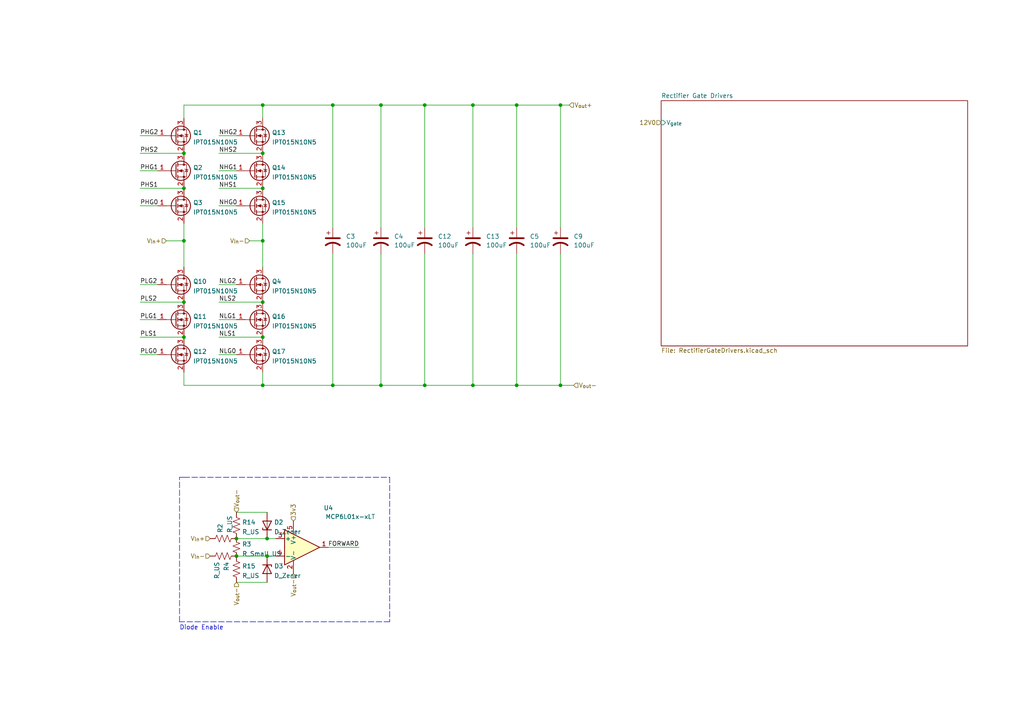
<source format=kicad_sch>
(kicad_sch (version 20210621) (generator eeschema)
  (paper "A4")
  (lib_symbols
    (symbol "Amplifier_Operational:MCP6L01x-xLT" (pin_names (offset 0.127))
      (property "Reference" "U" (at -1.27 6.35 0))
      (property "Value" "MCP6L01x-xLT" (at -1.27 3.81 0))
      (symbol "MCP6L01x-xLT_0_1"
        (polyline (pts (xy -5.08 5.08) (xy 5.08 0) (xy -5.08 -5.08) (xy -5.08 5.08)) (stroke (width 0.254)) (fill (type background)))
        (pin power_in line (at -2.54 -7.62 90) (length 3.81) (name "V-") (number "2"))
        (pin power_in line (at -2.54 7.62 270) (length 3.81) (name "V+") (number "5"))
      )
      (symbol "MCP6L01x-xLT_1_1"
        (pin output line (at 7.62 0 180) (length 2.54) (name "~") (number "1"))
        (pin input line (at -7.62 2.54 0) (length 2.54) (name "+") (number "3"))
        (pin input line (at -7.62 -2.54 0) (length 2.54) (name "-") (number "4"))
      )
    )
    (symbol "Device:C_Polarized_US" (pin_numbers hide) (pin_names (offset 0.254) hide)
      (property "Reference" "C" (at 0.635 2.54 0))
      (property "Value" "C_Polarized_US" (at 0.635 -2.54 0))
      (symbol "C_Polarized_US_0_1"
        (polyline (pts (xy -2.032 0.762) (xy 2.032 0.762)) (stroke (width 0.508)))
        (polyline (pts (xy -1.778 2.286) (xy -0.762 2.286)))
        (polyline (pts (xy -1.27 1.778) (xy -1.27 2.794)))
        (arc (start 2.032 -1.27) (mid 0 -0.5572) (end -2.032 -1.27) (stroke (width 0.508)))
      )
      (symbol "C_Polarized_US_1_1"
        (pin passive line (at 0 3.81 270) (length 2.794) (name "~") (number "1"))
        (pin passive line (at 0 -3.81 90) (length 3.302) (name "~") (number "2"))
      )
    )
    (symbol "Device:D_Zener" (pin_numbers hide) (pin_names (offset 1.016) hide)
      (property "Reference" "D" (at 0 2.54 0))
      (property "Value" "D_Zener" (at 0 -2.54 0))
      (symbol "D_Zener_0_1"
        (polyline (pts (xy 1.27 0) (xy -1.27 0)))
        (polyline (pts (xy -1.27 -1.27) (xy -1.27 1.27) (xy -0.762 1.27)) (stroke (width 0.254)))
        (polyline (pts (xy 1.27 -1.27) (xy 1.27 1.27) (xy -1.27 0) (xy 1.27 -1.27)) (stroke (width 0.254)))
      )
      (symbol "D_Zener_1_1"
        (pin passive line (at -3.81 0 0) (length 2.54) (name "K") (number "1"))
        (pin passive line (at 3.81 0 180) (length 2.54) (name "A") (number "2"))
      )
    )
    (symbol "Device:R_Small_US" (pin_numbers hide) (pin_names (offset 0.254) hide)
      (property "Reference" "R" (at 0.762 0.508 0))
      (property "Value" "R_Small_US" (at 0.762 -1.016 0))
      (symbol "R_Small_US_1_1"
        (polyline (pts (xy 0 0) (xy 1.016 -0.381) (xy 0 -0.762) (xy -1.016 -1.143) (xy 0 -1.524)))
        (polyline (pts (xy 0 1.524) (xy 1.016 1.143) (xy 0 0.762) (xy -1.016 0.381) (xy 0 0)))
        (pin passive line (at 0 2.54 270) (length 1.016) (name "~") (number "1"))
        (pin passive line (at 0 -2.54 90) (length 1.016) (name "~") (number "2"))
      )
    )
    (symbol "Device:R_US" (pin_numbers hide) (pin_names (offset 0))
      (property "Reference" "R" (at 2.54 0 90))
      (property "Value" "R_US" (at -2.54 0 90))
      (symbol "R_US_0_1"
        (polyline (pts (xy 0 -2.286) (xy 0 -2.54)))
        (polyline (pts (xy 0 2.286) (xy 0 2.54)))
        (polyline (pts (xy 0 -0.762) (xy 1.016 -1.143) (xy 0 -1.524) (xy -1.016 -1.905) (xy 0 -2.286)))
        (polyline (pts (xy 0 0.762) (xy 1.016 0.381) (xy 0 0) (xy -1.016 -0.381) (xy 0 -0.762)))
        (polyline (pts (xy 0 2.286) (xy 1.016 1.905) (xy 0 1.524) (xy -1.016 1.143) (xy 0 0.762)))
      )
      (symbol "R_US_1_1"
        (pin passive line (at 0 3.81 270) (length 1.27) (name "~") (number "1"))
        (pin passive line (at 0 -3.81 90) (length 1.27) (name "~") (number "2"))
      )
    )
    (symbol "Transistor_FET:IPT015N10N5" (pin_names hide)
      (property "Reference" "Q" (at 5.08 1.905 0))
      (property "Value" "IPT015N10N5" (at 5.08 0 0))
      (symbol "IPT015N10N5_0_1"
        (polyline (pts (xy 0.254 0) (xy -2.54 0)))
        (polyline (pts (xy 0.254 1.905) (xy 0.254 -1.905)) (stroke (width 0.254)))
        (polyline (pts (xy 0.762 -1.27) (xy 0.762 -2.286)) (stroke (width 0.254)))
        (polyline (pts (xy 0.762 0.508) (xy 0.762 -0.508)) (stroke (width 0.254)))
        (polyline (pts (xy 0.762 2.286) (xy 0.762 1.27)) (stroke (width 0.254)))
        (polyline (pts (xy 2.54 2.54) (xy 2.54 1.778)))
        (polyline (pts (xy 2.54 -2.54) (xy 2.54 0) (xy 0.762 0)))
        (polyline (pts (xy 0.762 -1.778) (xy 3.302 -1.778) (xy 3.302 1.778) (xy 0.762 1.778)))
        (polyline (pts (xy 1.016 0) (xy 2.032 0.381) (xy 2.032 -0.381) (xy 1.016 0)) (fill (type outline)))
        (polyline (pts (xy 2.794 0.508) (xy 2.921 0.381) (xy 3.683 0.381) (xy 3.81 0.254)))
        (polyline (pts (xy 3.302 0.381) (xy 2.921 -0.254) (xy 3.683 -0.254) (xy 3.302 0.381)))
        (circle (center 1.651 0) (radius 2.794) (stroke (width 0.254)))
        (circle (center 2.54 -1.778) (radius 0.254) (fill (type outline)))
        (circle (center 2.54 1.778) (radius 0.254) (fill (type outline)))
      )
      (symbol "IPT015N10N5_1_1"
        (pin input line (at -5.08 0 0) (length 2.54) (name "G") (number "1"))
        (pin passive line (at 2.54 -5.08 90) (length 2.54) (name "S") (number "2"))
        (pin passive line (at 2.54 5.08 270) (length 2.54) (name "D") (number "3"))
      )
    )
  )
  (junction (at 110.49 30.48))
  (junction (at 149.86 111.76))
  (junction (at 76.2 69.85))
  (junction (at 68.58 161.29))
  (junction (at 162.56 111.76))
  (junction (at 77.47 161.29))
  (junction (at 77.47 156.21))
  (junction (at 68.58 156.21))
  (junction (at 137.16 30.48))
  (junction (at 96.52 30.48))
  (junction (at 53.34 44.45))
  (junction (at 76.2 97.79))
  (junction (at 76.2 30.48))
  (junction (at 76.2 44.45))
  (junction (at 53.34 87.63))
  (junction (at 76.2 87.63))
  (junction (at 137.16 111.76))
  (junction (at 162.56 30.48))
  (junction (at 123.19 30.48))
  (junction (at 53.34 69.85))
  (junction (at 110.49 111.76))
  (junction (at 53.34 97.79))
  (junction (at 149.86 30.48))
  (junction (at 53.34 54.61))
  (junction (at 76.2 111.76))
  (junction (at 123.19 111.76))
  (junction (at 76.2 54.61))
  (junction (at 96.52 111.76))
  (wire (pts (xy 63.5 49.53) (xy 68.58 49.53)))
  (wire (pts (xy 110.49 73.66) (xy 110.49 111.76)))
  (wire (pts (xy 149.86 111.76) (xy 162.56 111.76)))
  (wire (pts (xy 123.19 111.76) (xy 137.16 111.76)))
  (wire (pts (xy 110.49 111.76) (xy 123.19 111.76)))
  (wire (pts (xy 137.16 73.66) (xy 137.16 111.76)))
  (wire (pts (xy 77.47 148.59) (xy 68.58 148.59)))
  (wire (pts (xy 63.5 39.37) (xy 68.58 39.37)))
  (wire (pts (xy 162.56 73.66) (xy 162.56 111.76)))
  (wire (pts (xy 162.56 111.76) (xy 166.37 111.76)))
  (wire (pts (xy 53.34 44.45) (xy 40.64 44.45)))
  (wire (pts (xy 48.26 69.85) (xy 53.34 69.85)))
  (wire (pts (xy 149.86 66.04) (xy 149.86 30.48)))
  (wire (pts (xy 63.5 92.71) (xy 68.58 92.71)))
  (wire (pts (xy 149.86 30.48) (xy 162.56 30.48)))
  (wire (pts (xy 137.16 66.04) (xy 137.16 30.48)))
  (wire (pts (xy 53.34 69.85) (xy 53.34 77.47)))
  (wire (pts (xy 53.34 64.77) (xy 53.34 69.85)))
  (wire (pts (xy 77.47 156.21) (xy 80.01 156.21)))
  (wire (pts (xy 68.58 156.21) (xy 77.47 156.21)))
  (wire (pts (xy 137.16 111.76) (xy 149.86 111.76)))
  (wire (pts (xy 137.16 30.48) (xy 149.86 30.48)))
  (polyline (pts (xy 52.07 138.43) (xy 53.34 138.43)))
  (polyline (pts (xy 52.07 180.34) (xy 52.07 138.43)))
  (polyline (pts (xy 113.03 180.34) (xy 52.07 180.34)))
  (polyline (pts (xy 53.34 138.43) (xy 113.03 138.43)))
  (polyline (pts (xy 113.03 138.43) (xy 113.03 180.34)))
  (wire (pts (xy 53.34 87.63) (xy 40.64 87.63)))
  (wire (pts (xy 63.5 54.61) (xy 76.2 54.61)))
  (wire (pts (xy 40.64 49.53) (xy 45.72 49.53)))
  (wire (pts (xy 76.2 44.45) (xy 63.5 44.45)))
  (wire (pts (xy 162.56 66.04) (xy 162.56 30.48)))
  (wire (pts (xy 40.64 59.69) (xy 45.72 59.69)))
  (wire (pts (xy 40.64 92.71) (xy 45.72 92.71)))
  (wire (pts (xy 96.52 111.76) (xy 110.49 111.76)))
  (wire (pts (xy 53.34 111.76) (xy 76.2 111.76)))
  (wire (pts (xy 53.34 107.95) (xy 53.34 111.76)))
  (wire (pts (xy 76.2 111.76) (xy 96.52 111.76)))
  (wire (pts (xy 76.2 107.95) (xy 76.2 111.76)))
  (wire (pts (xy 77.47 168.91) (xy 68.58 168.91)))
  (wire (pts (xy 149.86 73.66) (xy 149.86 111.76)))
  (wire (pts (xy 110.49 30.48) (xy 123.19 30.48)))
  (wire (pts (xy 96.52 30.48) (xy 110.49 30.48)))
  (wire (pts (xy 76.2 30.48) (xy 96.52 30.48)))
  (wire (pts (xy 53.34 30.48) (xy 76.2 30.48)))
  (wire (pts (xy 53.34 34.29) (xy 53.34 30.48)))
  (wire (pts (xy 162.56 30.48) (xy 165.1 30.48)))
  (wire (pts (xy 95.25 158.75) (xy 104.14 158.75)))
  (wire (pts (xy 96.52 73.66) (xy 96.52 111.76)))
  (wire (pts (xy 76.2 69.85) (xy 76.2 64.77)))
  (wire (pts (xy 76.2 87.63) (xy 63.5 87.63)))
  (wire (pts (xy 123.19 73.66) (xy 123.19 111.76)))
  (wire (pts (xy 96.52 30.48) (xy 96.52 66.04)))
  (wire (pts (xy 63.5 102.87) (xy 68.58 102.87)))
  (wire (pts (xy 137.16 30.48) (xy 123.19 30.48)))
  (wire (pts (xy 40.64 54.61) (xy 53.34 54.61)))
  (wire (pts (xy 63.5 59.69) (xy 68.58 59.69)))
  (wire (pts (xy 40.64 82.55) (xy 45.72 82.55)))
  (wire (pts (xy 76.2 34.29) (xy 76.2 30.48)))
  (wire (pts (xy 110.49 30.48) (xy 110.49 66.04)))
  (wire (pts (xy 40.64 39.37) (xy 45.72 39.37)))
  (wire (pts (xy 76.2 69.85) (xy 76.2 77.47)))
  (wire (pts (xy 63.5 97.79) (xy 76.2 97.79)))
  (wire (pts (xy 63.5 82.55) (xy 68.58 82.55)))
  (wire (pts (xy 40.64 97.79) (xy 53.34 97.79)))
  (wire (pts (xy 77.47 161.29) (xy 80.01 161.29)))
  (wire (pts (xy 68.58 161.29) (xy 77.47 161.29)))
  (wire (pts (xy 123.19 66.04) (xy 123.19 30.48)))
  (wire (pts (xy 72.39 69.85) (xy 76.2 69.85)))
  (wire (pts (xy 40.64 102.87) (xy 45.72 102.87)))
  (text "Diode Enable\n" (at 52.07 182.88 0) (effects (font (size 1.27 1.27)) (justify left bottom)))
  (label "PHG2" (at 40.64 39.37 0))
  (label "PLG2" (at 40.64 82.55 0))
  (label "NHG2" (at 63.5 39.37 0))
  (label "NLS2" (at 63.5 87.63 0))
  (label "PLS1" (at 40.64 97.79 0))
  (label "PLG1" (at 40.64 92.71 0))
  (label "NHG0" (at 63.5 59.69 0))
  (label "PHS2" (at 40.64 44.45 0))
  (label "NLG1" (at 63.5 92.71 0))
  (label "NHG1" (at 63.5 49.53 0))
  (label "PLG0" (at 40.64 102.87 0))
  (label "NLG2" (at 63.5 82.55 0))
  (label "PHG1" (at 40.64 49.53 0))
  (label "NLG0" (at 63.5 102.87 0))
  (label "PHG0" (at 40.64 59.69 0))
  (label "PHS1" (at 40.64 54.61 0))
  (label "FORWARD" (at 104.14 158.75 180))
  (label "PLS2" (at 40.64 87.63 0))
  (label "NHS2" (at 63.5 44.45 0))
  (label "NLS1" (at 63.5 97.79 0))
  (label "NHS1" (at 63.5 54.61 0))
  (hierarchical_label "12V0" (shape input) (at 191.77 35.56 180))
  (hierarchical_label "V_{out}-" (shape input) (at 68.58 148.59 90))
  (hierarchical_label "V_{out}-" (shape input) (at 166.37 111.76 0))
  (hierarchical_label "V_{in}-" (shape input) (at 72.39 69.85 180))
  (hierarchical_label "V_{in}-" (shape input) (at 60.96 161.29 180))
  (hierarchical_label "V_{out}-" (shape input) (at 85.09 166.37 270))
  (hierarchical_label "V_{in}+" (shape input) (at 60.96 156.21 180))
  (hierarchical_label "V_{out}+" (shape input) (at 165.1 30.48 0))
  (hierarchical_label "V_{in}+" (shape input) (at 48.26 69.85 180))
  (hierarchical_label "3v3" (shape input) (at 85.09 151.13 90))
  (hierarchical_label "V_{out}-" (shape input) (at 68.58 168.91 270))
  (symbol (lib_id "Transistor_FET:IPT015N10N5") (at 50.8 92.71 0) (unit 1)
    (property "Reference" "Q11" (at 56.007 91.8015 0) (effects (justify left)))
    (property "Value" "IPT015N10N5" (at 56.007 94.5766 0) (effects (justify left)))
    (property "Footprint" "Package_TO_SOT_SMD:Infineon_PG-HSOF-8-1" (effects hide))
    (property "Datasheet" "http://www.infineon.com/dgdl/Infineon-IPT015N10N5-DS-v02_01-EN.pdf?fileId=5546d4624a75e5f1014ac94680661aff" (effects hide))
  )
  (symbol (lib_id "Device:R_US") (at 68.58 165.1 180) (unit 1)
    (property "Reference" "R15" (at 70.231 164.1915 0) (effects (justify right)))
    (property "Value" "R_US" (at 70.231 166.9666 0) (effects (justify right)))
    (property "Footprint" "Resistor_SMD:R_0603_1608Metric" (effects hide))
  )
  (symbol (lib_id "Device:C_Polarized_US") (at 110.49 69.85 0) (unit 1)
    (property "Reference" "C4" (at 114.3 68.5799 0) (effects (justify left)))
    (property "Value" "100uF" (at 114.3 71.1199 0) (effects (justify left)))
    (property "Footprint" "Capacitor_THT:CP_Radial_D16.0mm_P7.50mm" (effects hide))
  )
  (symbol (lib_id "Device:R_US") (at 68.58 152.4 180) (unit 1)
    (property "Reference" "R14" (at 70.231 151.4915 0) (effects (justify right)))
    (property "Value" "R_US" (at 70.231 154.2666 0) (effects (justify right)))
    (property "Footprint" "Resistor_SMD:R_0603_1608Metric" (effects hide))
  )
  (symbol (lib_id "Transistor_FET:IPT015N10N5") (at 50.8 49.53 0) (unit 1)
    (property "Reference" "Q2" (at 56.007 48.6215 0) (effects (justify left)))
    (property "Value" "IPT015N10N5" (at 56.007 51.3966 0) (effects (justify left)))
    (property "Footprint" "Package_TO_SOT_SMD:Infineon_PG-HSOF-8-1" (effects hide))
    (property "Datasheet" "http://www.infineon.com/dgdl/Infineon-IPT015N10N5-DS-v02_01-EN.pdf?fileId=5546d4624a75e5f1014ac94680661aff" (effects hide))
  )
  (symbol (lib_id "Device:D_Zener") (at 77.47 152.4 90) (unit 1)
    (property "Reference" "D2" (at 79.502 151.4915 90) (effects (justify right)))
    (property "Value" "D_Zener" (at 79.502 154.2666 90) (effects (justify right)))
  )
  (symbol (lib_id "Transistor_FET:IPT015N10N5") (at 50.8 59.69 0) (unit 1)
    (property "Reference" "Q3" (at 56.007 58.7815 0) (effects (justify left)))
    (property "Value" "IPT015N10N5" (at 56.007 61.5566 0) (effects (justify left)))
    (property "Footprint" "Package_TO_SOT_SMD:Infineon_PG-HSOF-8-1" (effects hide))
    (property "Datasheet" "http://www.infineon.com/dgdl/Infineon-IPT015N10N5-DS-v02_01-EN.pdf?fileId=5546d4624a75e5f1014ac94680661aff" (effects hide))
  )
  (symbol (lib_id "Transistor_FET:IPT015N10N5") (at 50.8 82.55 0) (unit 1)
    (property "Reference" "Q10" (at 56.007 81.6415 0) (effects (justify left)))
    (property "Value" "IPT015N10N5" (at 56.007 84.4166 0) (effects (justify left)))
    (property "Footprint" "Package_TO_SOT_SMD:Infineon_PG-HSOF-8-1" (effects hide))
    (property "Datasheet" "http://www.infineon.com/dgdl/Infineon-IPT015N10N5-DS-v02_01-EN.pdf?fileId=5546d4624a75e5f1014ac94680661aff" (effects hide))
  )
  (symbol (lib_id "Transistor_FET:IPT015N10N5") (at 73.66 82.55 0) (unit 1)
    (property "Reference" "Q4" (at 78.867 81.6415 0) (effects (justify left)))
    (property "Value" "IPT015N10N5" (at 78.867 84.4166 0) (effects (justify left)))
    (property "Footprint" "Package_TO_SOT_SMD:Infineon_PG-HSOF-8-1" (effects hide))
    (property "Datasheet" "http://www.infineon.com/dgdl/Infineon-IPT015N10N5-DS-v02_01-EN.pdf?fileId=5546d4624a75e5f1014ac94680661aff" (effects hide))
  )
  (symbol (lib_id "Transistor_FET:IPT015N10N5") (at 50.8 39.37 0) (unit 1)
    (property "Reference" "Q1" (at 56.007 38.4615 0) (effects (justify left)))
    (property "Value" "IPT015N10N5" (at 56.007 41.2366 0) (effects (justify left)))
    (property "Footprint" "Package_TO_SOT_SMD:Infineon_PG-HSOF-8-1" (effects hide))
    (property "Datasheet" "http://www.infineon.com/dgdl/Infineon-IPT015N10N5-DS-v02_01-EN.pdf?fileId=5546d4624a75e5f1014ac94680661aff" (effects hide))
  )
  (symbol (lib_id "Transistor_FET:IPT015N10N5") (at 73.66 49.53 0) (unit 1)
    (property "Reference" "Q14" (at 78.867 48.6215 0) (effects (justify left)))
    (property "Value" "IPT015N10N5" (at 78.867 51.3966 0) (effects (justify left)))
    (property "Footprint" "Package_TO_SOT_SMD:Infineon_PG-HSOF-8-1" (effects hide))
    (property "Datasheet" "http://www.infineon.com/dgdl/Infineon-IPT015N10N5-DS-v02_01-EN.pdf?fileId=5546d4624a75e5f1014ac94680661aff" (effects hide))
  )
  (symbol (lib_id "Transistor_FET:IPT015N10N5") (at 73.66 39.37 0) (unit 1)
    (property "Reference" "Q13" (at 78.867 38.4615 0) (effects (justify left)))
    (property "Value" "IPT015N10N5" (at 78.867 41.2366 0) (effects (justify left)))
    (property "Footprint" "Package_TO_SOT_SMD:Infineon_PG-HSOF-8-1" (effects hide))
    (property "Datasheet" "http://www.infineon.com/dgdl/Infineon-IPT015N10N5-DS-v02_01-EN.pdf?fileId=5546d4624a75e5f1014ac94680661aff" (effects hide))
  )
  (symbol (lib_id "Device:C_Polarized_US") (at 123.19 69.85 0) (unit 1)
    (property "Reference" "C12" (at 127 68.5799 0) (effects (justify left)))
    (property "Value" "100uF" (at 127 71.1199 0) (effects (justify left)))
    (property "Footprint" "Capacitor_THT:CP_Radial_D16.0mm_P7.50mm" (effects hide))
  )
  (symbol (lib_id "Device:C_Polarized_US") (at 162.56 69.85 0) (unit 1)
    (property "Reference" "C9" (at 166.37 68.5799 0) (effects (justify left)))
    (property "Value" "100uF" (at 166.37 71.1199 0) (effects (justify left)))
    (property "Footprint" "Capacitor_THT:CP_Radial_D16.0mm_P7.50mm" (effects hide))
  )
  (symbol (lib_id "Device:C_Polarized_US") (at 96.52 69.85 0) (unit 1)
    (property "Reference" "C3" (at 100.33 68.5799 0) (effects (justify left)))
    (property "Value" "100uF" (at 100.33 71.1199 0) (effects (justify left)))
    (property "Footprint" "Capacitor_THT:CP_Radial_D16.0mm_P7.50mm" (effects hide))
  )
  (symbol (lib_id "Device:R_US") (at 64.77 161.29 270) (unit 1)
    (property "Reference" "R4" (at 65.6785 162.941 0) (effects (justify left)))
    (property "Value" "R_US" (at 62.9034 162.941 0) (effects (justify left)))
    (property "Footprint" "Resistor_SMD:R_0603_1608Metric" (effects hide))
  )
  (symbol (lib_id "Amplifier_Operational:MCP6L01x-xLT") (at 87.63 158.75 0) (unit 1)
    (property "Reference" "U4" (at 95.25 147.32 0))
    (property "Value" "MCP6L01x-xLT" (at 101.6 149.86 0))
    (property "Footprint" "Package_TO_SOT_SMD:SOT-353_SC-70-5" (effects hide))
    (property "Datasheet" "http://ww1.microchip.com/downloads/en/devicedoc/22140b.pdf" (effects hide))
  )
  (symbol (lib_id "Transistor_FET:IPT015N10N5") (at 73.66 59.69 0) (unit 1)
    (property "Reference" "Q15" (at 78.867 58.7815 0) (effects (justify left)))
    (property "Value" "IPT015N10N5" (at 78.867 61.5566 0) (effects (justify left)))
    (property "Footprint" "Package_TO_SOT_SMD:Infineon_PG-HSOF-8-1" (effects hide))
    (property "Datasheet" "http://www.infineon.com/dgdl/Infineon-IPT015N10N5-DS-v02_01-EN.pdf?fileId=5546d4624a75e5f1014ac94680661aff" (effects hide))
  )
  (symbol (lib_id "Transistor_FET:IPT015N10N5") (at 73.66 102.87 0) (unit 1)
    (property "Reference" "Q17" (at 78.867 101.9615 0) (effects (justify left)))
    (property "Value" "IPT015N10N5" (at 78.867 104.7366 0) (effects (justify left)))
    (property "Footprint" "Package_TO_SOT_SMD:Infineon_PG-HSOF-8-1" (effects hide))
    (property "Datasheet" "http://www.infineon.com/dgdl/Infineon-IPT015N10N5-DS-v02_01-EN.pdf?fileId=5546d4624a75e5f1014ac94680661aff" (effects hide))
  )
  (symbol (lib_id "Device:D_Zener") (at 77.47 165.1 270) (unit 1)
    (property "Reference" "D3" (at 79.502 164.1915 90) (effects (justify left)))
    (property "Value" "D_Zener" (at 79.502 166.9666 90) (effects (justify left)))
  )
  (symbol (lib_id "Device:R_US") (at 64.77 156.21 90) (unit 1)
    (property "Reference" "R2" (at 63.8615 154.559 0) (effects (justify left)))
    (property "Value" "R_US" (at 66.6366 154.559 0) (effects (justify left)))
    (property "Footprint" "Resistor_SMD:R_0603_1608Metric" (effects hide))
  )
  (symbol (lib_id "Transistor_FET:IPT015N10N5") (at 73.66 92.71 0) (unit 1)
    (property "Reference" "Q16" (at 78.867 91.8015 0) (effects (justify left)))
    (property "Value" "IPT015N10N5" (at 78.867 94.5766 0) (effects (justify left)))
    (property "Footprint" "Package_TO_SOT_SMD:Infineon_PG-HSOF-8-1" (effects hide))
    (property "Datasheet" "http://www.infineon.com/dgdl/Infineon-IPT015N10N5-DS-v02_01-EN.pdf?fileId=5546d4624a75e5f1014ac94680661aff" (effects hide))
  )
  (symbol (lib_id "Device:C_Polarized_US") (at 149.86 69.85 0) (unit 1)
    (property "Reference" "C5" (at 153.67 68.5799 0) (effects (justify left)))
    (property "Value" "100uF" (at 153.67 71.1199 0) (effects (justify left)))
    (property "Footprint" "Capacitor_THT:CP_Radial_D16.0mm_P7.50mm" (effects hide))
  )
  (symbol (lib_id "Device:R_Small_US") (at 68.58 158.75 0) (unit 1)
    (property "Reference" "R3" (at 70.231 157.8415 0) (effects (justify left)))
    (property "Value" "R_Small_US" (at 70.231 160.6166 0) (effects (justify left)))
  )
  (symbol (lib_id "Device:C_Polarized_US") (at 137.16 69.85 0) (unit 1)
    (property "Reference" "C13" (at 140.97 68.5799 0) (effects (justify left)))
    (property "Value" "100uF" (at 140.97 71.1199 0) (effects (justify left)))
    (property "Footprint" "Capacitor_THT:CP_Radial_D16.0mm_P7.50mm" (effects hide))
  )
  (symbol (lib_id "Transistor_FET:IPT015N10N5") (at 50.8 102.87 0) (unit 1)
    (property "Reference" "Q12" (at 56.007 101.9615 0) (effects (justify left)))
    (property "Value" "IPT015N10N5" (at 56.007 104.7366 0) (effects (justify left)))
    (property "Footprint" "Package_TO_SOT_SMD:Infineon_PG-HSOF-8-1" (effects hide))
    (property "Datasheet" "http://www.infineon.com/dgdl/Infineon-IPT015N10N5-DS-v02_01-EN.pdf?fileId=5546d4624a75e5f1014ac94680661aff" (effects hide))
  )
  (sheet (at 191.77 29.21) (size 88.9 71.12) (stroke (width 0.1524))
    (property "Sheet name" "Rectifier Gate Drivers" (at 191.77 28.4984 0) (effects (justify left bottom)))
    (property "Sheet file" "RectifierGateDrivers.kicad_sch" (at 191.77 100.9146 0) (effects (justify left top)))
    (pin "V_{gate}" input (at 191.77 35.56 180))
  )
)
</source>
